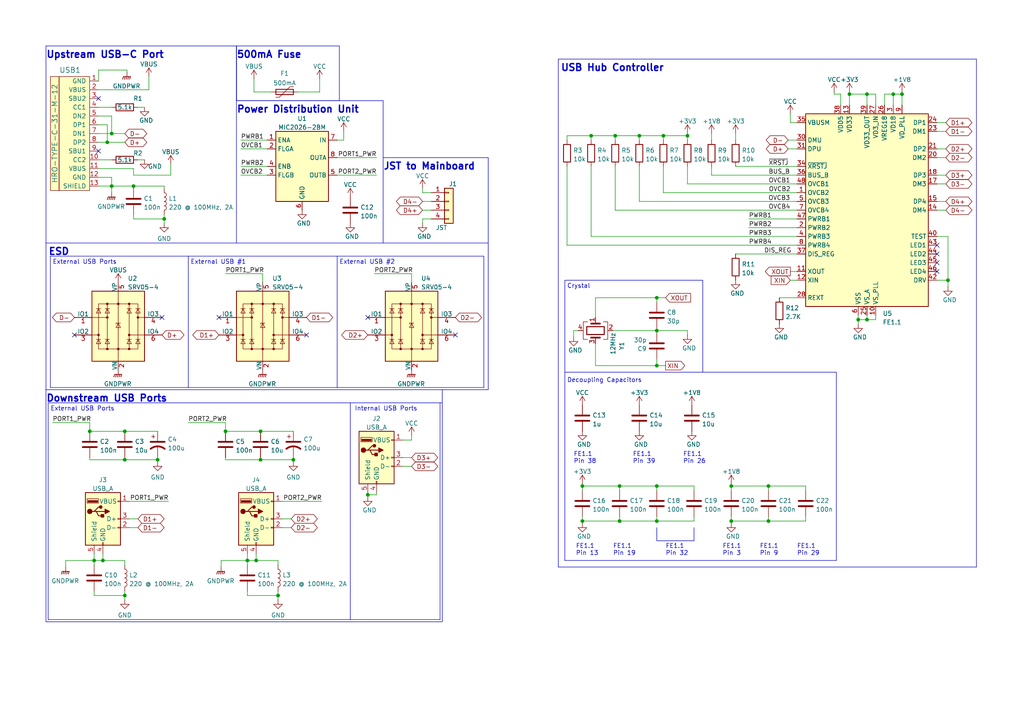
<source format=kicad_sch>
(kicad_sch (version 20231120) (generator "eeschema") (generator_version "8.0")
  (paper "A4")
  (title_block (title "EC_Pro2_Controller_Normal") (date "2023-11-17") (rev "1.0") (company "LU.SV Solutions") (comment 1 "Cipulot PCB Design") (comment 2 "Cipulot") (comment 3 "CC-BY-NC-SA-4.0"))
  (junction (at 32.385 38.735))
  (junction (at 168.91 140.97))
  (junction (at 251.46 27.305))
  (junction (at 36.195 133.35))
  (junction (at 179.705 140.97))
  (junction (at 190.5 95.885))
  (junction (at 65.405 125.095))
  (junction (at 29.845 162.56))
  (junction (at 190.5 140.97))
  (junction (at 246.38 27.305))
  (junction (at 74.295 162.56))
  (junction (at 261.62 27.305))
  (junction (at 26.035 125.095))
  (junction (at 27.305 162.56))
  (junction (at 32.385 53.975))
  (junction (at 75.565 125.095))
  (junction (at 36.195 125.095))
  (junction (at 85.09 133.35))
  (junction (at 274.955 81.28))
  (junction (at 185.42 39.37))
  (junction (at 222.885 140.97))
  (junction (at 80.645 172.72))
  (junction (at 47.625 63.5))
  (junction (at 75.565 133.35))
  (junction (at 192.405 39.37))
  (junction (at 212.09 151.13))
  (junction (at 190.5 86.36))
  (junction (at 190.5 151.13))
  (junction (at 190.5 106.045))
  (junction (at 212.09 140.97))
  (junction (at 45.72 133.35))
  (junction (at 168.91 151.13))
  (junction (at 259.08 27.305))
  (junction (at 179.705 151.13))
  (junction (at 199.39 39.37))
  (junction (at 251.46 92.71))
  (junction (at 222.885 151.13))
  (junction (at 36.195 172.72))
  (junction (at 38.735 53.975))
  (junction (at 248.92 92.71))
  (junction (at 71.755 162.56))
  (junction (at 106.68 143.51))
  (junction (at 31.115 41.275))
  (junction (at 171.45 39.37))
  (junction (at 178.435 39.37))
  (no_connect (at 28.575 43.815))
  (no_connect (at 63.5 92.075))
  (no_connect (at 88.9 97.155))
  (no_connect (at 132.08 97.155))
  (no_connect (at 106.68 92.075))
  (no_connect (at 271.78 71.12))
  (no_connect (at 271.78 76.2))
  (no_connect (at 271.78 73.66))
  (no_connect (at 271.78 78.74))
  (no_connect (at 28.575 28.575))
  (no_connect (at 46.99 92.075))
  (no_connect (at 21.59 97.155))
  (polyline (pts (xy 13.335 70.485) (xy 141.605 70.485)))
  (wire (pts (xy 248.92 92.71) (xy 248.92 93.98)))
  (wire (pts (xy 164.465 71.12) (xy 164.465 48.26)))
  (wire (pts (xy 217.17 66.04) (xy 231.14 66.04)))
  (wire (pts (xy 185.42 39.37) (xy 192.405 39.37)))
  (wire (pts (xy 178.435 40.64) (xy 178.435 39.37)))
  (polyline (pts (xy 163.83 107.95) (xy 242.57 107.95)))
  (wire (pts (xy 172.72 106.045) (xy 190.5 106.045)))
  (wire (pts (xy 201.295 151.13) (xy 190.5 151.13)))
  (wire (pts (xy 192.405 39.37) (xy 199.39 39.37)))
  (wire (pts (xy 69.85 50.8) (xy 77.47 50.8)))
  (wire (pts (xy 36.195 125.095) (xy 45.72 125.095)))
  (wire (pts (xy 28.575 23.495) (xy 28.575 20.32)))
  (wire (pts (xy 172.72 86.36) (xy 190.5 86.36)))
  (wire (pts (xy 28.575 53.975) (xy 32.385 53.975)))
  (wire (pts (xy 254 27.305) (xy 251.46 27.305)))
  (polyline (pts (xy 13.335 113.03) (xy 13.335 180.34)))
  (wire (pts (xy 222.885 140.97) (xy 233.68 140.97)))
  (wire (pts (xy 228.6 43.18) (xy 231.14 43.18)))
  (wire (pts (xy 222.885 140.97) (xy 222.885 142.24)))
  (polyline (pts (xy 97.79 112.395) (xy 140.335 112.395)))
  (polyline (pts (xy 13.335 13.335) (xy 13.335 70.485)))
  (wire (pts (xy 177.8 95.885) (xy 190.5 95.885)))
  (wire (pts (xy 164.465 39.37) (xy 171.45 39.37)))
  (wire (pts (xy 28.575 20.32) (xy 36.83 20.32)))
  (wire (pts (xy 43.18 26.035) (xy 43.18 22.225)))
  (wire (pts (xy 168.91 140.97) (xy 168.91 142.24)))
  (polyline (pts (xy 242.57 162.56) (xy 242.57 107.95)))
  (wire (pts (xy 166.37 95.885) (xy 167.64 95.885)))
  (wire (pts (xy 27.305 171.45) (xy 27.305 172.72)))
  (wire (pts (xy 47.625 62.23) (xy 47.625 63.5)))
  (wire (pts (xy 86.36 26.67) (xy 92.71 26.67)))
  (wire (pts (xy 190.5 104.14) (xy 190.5 106.045)))
  (wire (pts (xy 29.845 162.56) (xy 27.305 162.56)))
  (wire (pts (xy 36.195 133.35) (xy 45.72 133.35)))
  (wire (pts (xy 47.625 54.61) (xy 47.625 53.975)))
  (wire (pts (xy 108.585 79.375) (xy 119.38 79.375)))
  (wire (pts (xy 229.235 81.28) (xy 231.14 81.28)))
  (wire (pts (xy 99.695 38.1) (xy 99.695 40.64)))
  (wire (pts (xy 99.695 40.64) (xy 97.79 40.64)))
  (wire (pts (xy 32.385 51.435) (xy 32.385 53.975)))
  (wire (pts (xy 233.68 149.86) (xy 233.68 151.13)))
  (wire (pts (xy 40.005 31.115) (xy 41.91 31.115)))
  (wire (pts (xy 199.39 97.155) (xy 199.39 95.885)))
  (wire (pts (xy 28.575 48.895) (xy 38.735 48.895)))
  (wire (pts (xy 32.385 53.975) (xy 38.735 53.975)))
  (wire (pts (xy 97.79 45.72) (xy 109.22 45.72)))
  (wire (pts (xy 109.22 142.875) (xy 109.22 143.51)))
  (wire (pts (xy 106.68 143.51) (xy 106.68 142.875)))
  (polyline (pts (xy 161.925 17.145) (xy 283.21 17.145)))
  (wire (pts (xy 80.645 162.56) (xy 74.295 162.56)))
  (polyline (pts (xy 190.5 153.035) (xy 190.5 156.845)))
  (wire (pts (xy 222.885 151.13) (xy 212.09 151.13)))
  (wire (pts (xy 32.385 38.735) (xy 36.195 38.735)))
  (polyline (pts (xy 54.61 112.395) (xy 54.61 74.295)))
  (wire (pts (xy 69.85 43.18) (xy 77.47 43.18)))
  (wire (pts (xy 32.385 53.975) (xy 32.385 55.88)))
  (wire (pts (xy 122.555 60.96) (xy 125.095 60.96)))
  (polyline (pts (xy 14.605 74.295) (xy 54.61 74.295)))
  (polyline (pts (xy 283.21 17.145) (xy 283.21 164.465)))
  (polyline (pts (xy 141.605 113.03) (xy 13.335 113.03)))
  (wire (pts (xy 27.305 172.72) (xy 36.195 172.72)))
  (polyline (pts (xy 68.58 13.335) (xy 98.425 13.335)))
  (wire (pts (xy 45.72 132.715) (xy 45.72 133.35)))
  (wire (pts (xy 31.115 41.275) (xy 36.195 41.275)))
  (wire (pts (xy 85.09 133.35) (xy 85.09 133.985)))
  (wire (pts (xy 81.915 145.415) (xy 93.345 145.415)))
  (wire (pts (xy 274.955 68.58) (xy 274.955 81.28)))
  (polyline (pts (xy 140.335 112.395) (xy 140.335 74.295)))
  (wire (pts (xy 122.555 54.61) (xy 122.555 55.88)))
  (wire (pts (xy 179.705 151.13) (xy 168.91 151.13)))
  (wire (pts (xy 217.17 63.5) (xy 231.14 63.5)))
  (wire (pts (xy 38.735 53.975) (xy 38.735 54.61)))
  (wire (pts (xy 29.845 160.655) (xy 29.845 162.56)))
  (wire (pts (xy 274.32 60.96) (xy 271.78 60.96)))
  (wire (pts (xy 122.555 55.88) (xy 125.095 55.88)))
  (wire (pts (xy 259.08 27.305) (xy 259.08 30.48)))
  (wire (pts (xy 75.565 133.35) (xy 85.09 133.35)))
  (wire (pts (xy 69.85 40.64) (xy 77.47 40.64)))
  (wire (pts (xy 213.36 38.735) (xy 213.36 40.64)))
  (wire (pts (xy 243.84 30.48) (xy 243.84 27.305)))
  (polyline (pts (xy 13.335 113.03) (xy 13.335 70.485)))
  (wire (pts (xy 246.38 26.67) (xy 246.38 27.305)))
  (wire (pts (xy 185.42 39.37) (xy 185.42 40.64)))
  (wire (pts (xy 228.6 40.64) (xy 231.14 40.64)))
  (wire (pts (xy 190.5 86.36) (xy 193.04 86.36)))
  (wire (pts (xy 256.54 27.305) (xy 259.08 27.305)))
  (wire (pts (xy 229.235 33.02) (xy 229.235 35.56)))
  (wire (pts (xy 65.405 79.375) (xy 76.2 79.375)))
  (wire (pts (xy 122.555 63.5) (xy 125.095 63.5)))
  (polyline (pts (xy 97.79 74.295) (xy 140.335 74.295)))
  (wire (pts (xy 201.295 142.24) (xy 201.295 140.97)))
  (wire (pts (xy 36.195 162.56) (xy 29.845 162.56)))
  (polyline (pts (xy 13.97 179.705) (xy 13.97 116.84)))
  (wire (pts (xy 168.91 140.335) (xy 168.91 140.97)))
  (wire (pts (xy 71.755 160.655) (xy 71.755 162.56)))
  (wire (pts (xy 49.53 47.625) (xy 49.53 50.8)))
  (wire (pts (xy 271.78 68.58) (xy 274.955 68.58)))
  (wire (pts (xy 243.84 27.305) (xy 241.935 27.305)))
  (polyline (pts (xy 68.58 29.21) (xy 111.125 29.21)))
  (wire (pts (xy 212.09 140.97) (xy 212.09 142.24)))
  (wire (pts (xy 178.435 48.26) (xy 178.435 60.96)))
  (wire (pts (xy 192.405 48.26) (xy 192.405 55.88)))
  (wire (pts (xy 119.38 127.635) (xy 119.38 126.365)))
  (wire (pts (xy 80.645 171.45) (xy 80.645 172.72)))
  (wire (pts (xy 85.09 132.715) (xy 85.09 133.35)))
  (wire (pts (xy 28.575 26.035) (xy 43.18 26.035)))
  (wire (pts (xy 171.45 39.37) (xy 178.435 39.37)))
  (polyline (pts (xy 190.5 156.845) (xy 201.295 156.845)))
  (wire (pts (xy 199.39 53.34) (xy 199.39 48.26)))
  (wire (pts (xy 274.32 43.18) (xy 271.78 43.18)))
  (wire (pts (xy 213.36 48.26) (xy 231.14 48.26)))
  (wire (pts (xy 80.645 172.72) (xy 80.645 173.99)))
  (wire (pts (xy 190.5 140.97) (xy 190.5 142.24)))
  (wire (pts (xy 178.435 39.37) (xy 185.42 39.37)))
  (wire (pts (xy 19.05 164.465) (xy 19.05 162.56)))
  (wire (pts (xy 164.465 71.12) (xy 231.14 71.12)))
  (wire (pts (xy 71.755 171.45) (xy 71.755 172.72)))
  (wire (pts (xy 74.295 160.655) (xy 74.295 162.56)))
  (wire (pts (xy 36.195 132.715) (xy 36.195 133.35)))
  (wire (pts (xy 171.45 39.37) (xy 171.45 40.64)))
  (wire (pts (xy 206.375 50.8) (xy 231.14 50.8)))
  (wire (pts (xy 73.66 26.67) (xy 78.74 26.67)))
  (wire (pts (xy 27.305 162.56) (xy 27.305 163.83)))
  (wire (pts (xy 40.005 153.035) (xy 37.465 153.035)))
  (wire (pts (xy 26.035 132.715) (xy 26.035 133.35)))
  (polyline (pts (xy 128.27 180.34) (xy 128.27 113.03)))
  (wire (pts (xy 192.405 55.88) (xy 231.14 55.88)))
  (wire (pts (xy 229.235 78.74) (xy 231.14 78.74)))
  (polyline (pts (xy 141.605 70.485) (xy 141.605 45.72)))
  (wire (pts (xy 80.645 163.83) (xy 80.645 162.56)))
  (wire (pts (xy 47.625 63.5) (xy 47.625 64.77)))
  (wire (pts (xy 38.735 63.5) (xy 47.625 63.5)))
  (polyline (pts (xy 111.125 70.485) (xy 111.125 29.21)))
  (wire (pts (xy 64.135 164.465) (xy 64.135 162.56)))
  (wire (pts (xy 261.62 27.305) (xy 261.62 30.48)))
  (wire (pts (xy 248.92 91.44) (xy 248.92 92.71)))
  (wire (pts (xy 71.755 162.56) (xy 71.755 163.83)))
  (wire (pts (xy 28.575 33.655) (xy 32.385 33.655)))
  (wire (pts (xy 71.755 162.56) (xy 74.295 162.56)))
  (wire (pts (xy 28.575 51.435) (xy 32.385 51.435)))
  (wire (pts (xy 40.005 46.355) (xy 41.91 46.355)))
  (polyline (pts (xy 14.605 112.395) (xy 54.61 112.395)))
  (wire (pts (xy 75.565 125.095) (xy 85.09 125.095)))
  (wire (pts (xy 254 91.44) (xy 254 92.71)))
  (wire (pts (xy 27.305 160.655) (xy 27.305 162.56)))
  (wire (pts (xy 26.035 122.555) (xy 26.035 125.095)))
  (wire (pts (xy 64.135 162.56) (xy 71.755 162.56)))
  (polyline (pts (xy 163.83 162.56) (xy 242.57 162.56)))
  (wire (pts (xy 28.575 36.195) (xy 31.115 36.195)))
  (wire (pts (xy 271.78 81.28) (xy 274.955 81.28)))
  (wire (pts (xy 172.72 99.695) (xy 172.72 106.045)))
  (wire (pts (xy 31.115 36.195) (xy 31.115 41.275)))
  (wire (pts (xy 251.46 27.305) (xy 246.38 27.305)))
  (wire (pts (xy 246.38 27.305) (xy 246.38 30.48)))
  (polyline (pts (xy 111.125 45.72) (xy 141.605 45.72)))
  (wire (pts (xy 119.38 132.715) (xy 116.84 132.715)))
  (polyline (pts (xy 98.425 29.21) (xy 98.425 13.335)))
  (wire (pts (xy 190.5 95.885) (xy 190.5 96.52)))
  (wire (pts (xy 168.91 151.13) (xy 168.91 151.765)))
  (wire (pts (xy 185.42 48.26) (xy 185.42 58.42)))
  (wire (pts (xy 179.705 140.97) (xy 179.705 142.24)))
  (wire (pts (xy 199.39 38.735) (xy 199.39 39.37)))
  (wire (pts (xy 166.37 97.79) (xy 166.37 95.885)))
  (wire (pts (xy 206.375 48.26) (xy 206.375 50.8)))
  (wire (pts (xy 36.195 172.72) (xy 36.195 173.99)))
  (polyline (pts (xy 163.83 81.28) (xy 163.83 162.56)))
  (wire (pts (xy 26.035 125.095) (xy 36.195 125.095)))
  (wire (pts (xy 190.5 95.25) (xy 190.5 95.885)))
  (wire (pts (xy 65.405 132.715) (xy 65.405 133.35)))
  (wire (pts (xy 76.2 79.375) (xy 76.2 81.915)))
  (polyline (pts (xy 68.58 29.21) (xy 98.425 29.21)))
  (wire (pts (xy 122.555 64.77) (xy 122.555 63.5)))
  (wire (pts (xy 71.755 172.72) (xy 80.645 172.72)))
  (wire (pts (xy 192.405 39.37) (xy 192.405 40.64)))
  (polyline (pts (xy 101.6 116.84) (xy 101.6 179.705)))
  (wire (pts (xy 212.09 151.13) (xy 212.09 151.765)))
  (wire (pts (xy 254 92.71) (xy 251.46 92.71)))
  (polyline (pts (xy 54.61 112.395) (xy 97.79 112.395)))
  (wire (pts (xy 92.71 26.67) (xy 92.71 22.86)))
  (polyline (pts (xy 163.83 81.28) (xy 203.835 81.28)))
  (wire (pts (xy 199.39 39.37) (xy 199.39 40.64)))
  (wire (pts (xy 84.455 153.035) (xy 81.915 153.035)))
  (wire (pts (xy 233.68 140.97) (xy 233.68 142.24)))
  (wire (pts (xy 36.83 20.32) (xy 36.83 20.955)))
  (wire (pts (xy 254 27.305) (xy 254 30.48)))
  (wire (pts (xy 19.05 162.56) (xy 27.305 162.56)))
  (polyline (pts (xy 141.605 70.485) (xy 141.605 113.03)))
  (wire (pts (xy 168.91 140.97) (xy 179.705 140.97)))
  (wire (pts (xy 65.405 125.095) (xy 75.565 125.095)))
  (wire (pts (xy 84.455 150.495) (xy 81.915 150.495)))
  (polyline (pts (xy 161.925 17.145) (xy 161.925 164.465)))
  (wire (pts (xy 32.385 33.655) (xy 32.385 38.735)))
  (wire (pts (xy 38.735 48.895) (xy 38.735 50.8)))
  (wire (pts (xy 119.38 135.255) (xy 116.84 135.255)))
  (wire (pts (xy 274.32 50.8) (xy 271.78 50.8)))
  (wire (pts (xy 190.5 86.36) (xy 190.5 87.63)))
  (wire (pts (xy 206.375 38.735) (xy 206.375 40.64)))
  (wire (pts (xy 256.54 27.305) (xy 256.54 30.48)))
  (polyline (pts (xy 97.79 112.395) (xy 97.79 74.295)))
  (wire (pts (xy 261.62 26.67) (xy 261.62 27.305)))
  (wire (pts (xy 190.5 140.97) (xy 201.295 140.97)))
  (wire (pts (xy 73.66 22.86) (xy 73.66 26.67)))
  (wire (pts (xy 274.32 38.1) (xy 271.78 38.1)))
  (polyline (pts (xy 161.925 164.465) (xy 283.21 164.465)))
  (wire (pts (xy 190.5 95.885) (xy 199.39 95.885)))
  (wire (pts (xy 179.705 149.86) (xy 179.705 151.13)))
  (wire (pts (xy 36.195 171.45) (xy 36.195 172.72)))
  (wire (pts (xy 38.735 62.23) (xy 38.735 63.5)))
  (wire (pts (xy 54.61 122.555) (xy 65.405 122.555)))
  (wire (pts (xy 28.575 41.275) (xy 31.115 41.275)))
  (wire (pts (xy 213.36 73.66) (xy 231.14 73.66)))
  (polyline (pts (xy 68.58 70.485) (xy 68.58 13.335)))
  (wire (pts (xy 65.405 122.555) (xy 65.405 125.095)))
  (polyline (pts (xy 14.605 74.295) (xy 14.605 112.395)))
  (wire (pts (xy 229.235 35.56) (xy 231.14 35.56)))
  (polyline (pts (xy 127.635 179.705) (xy 13.97 179.705)))
  (wire (pts (xy 45.72 133.35) (xy 45.72 133.985)))
  (wire (pts (xy 241.935 27.305) (xy 241.935 26.67)))
  (wire (pts (xy 212.09 140.97) (xy 222.885 140.97)))
  (wire (pts (xy 233.68 151.13) (xy 222.885 151.13)))
  (wire (pts (xy 97.79 50.8) (xy 109.22 50.8)))
  (wire (pts (xy 36.195 163.83) (xy 36.195 162.56)))
  (wire (pts (xy 171.45 68.58) (xy 231.14 68.58)))
  (wire (pts (xy 251.46 27.305) (xy 251.46 30.48)))
  (wire (pts (xy 38.735 50.8) (xy 49.53 50.8)))
  (wire (pts (xy 185.42 58.42) (xy 231.14 58.42)))
  (wire (pts (xy 106.68 143.51) (xy 109.22 143.51)))
  (wire (pts (xy 274.955 81.28) (xy 274.955 83.185)))
  (polyline (pts (xy 201.295 153.035) (xy 201.295 156.845)))
  (wire (pts (xy 251.46 91.44) (xy 251.46 92.71)))
  (wire (pts (xy 226.06 86.36) (xy 231.14 86.36)))
  (wire (pts (xy 75.565 132.715) (xy 75.565 133.35)))
  (wire (pts (xy 26.035 133.35) (xy 36.195 133.35)))
  (wire (pts (xy 122.555 58.42) (xy 125.095 58.42)))
  (wire (pts (xy 251.46 92.71) (xy 248.92 92.71)))
  (wire (pts (xy 168.91 149.86) (xy 168.91 151.13)))
  (wire (pts (xy 116.84 127.635) (xy 119.38 127.635)))
  (polyline (pts (xy 13.97 116.84) (xy 128.27 116.84)))
  (wire (pts (xy 274.32 35.56) (xy 271.78 35.56)))
  (wire (pts (xy 190.5 106.045) (xy 193.04 106.045)))
  (wire (pts (xy 171.45 48.26) (xy 171.45 68.58)))
  (wire (pts (xy 222.885 149.86) (xy 222.885 151.13)))
  (wire (pts (xy 201.295 149.86) (xy 201.295 151.13)))
  (wire (pts (xy 178.435 60.96) (xy 231.14 60.96)))
  (wire (pts (xy 212.09 149.86) (xy 212.09 151.13)))
  (wire (pts (xy 274.32 58.42) (xy 271.78 58.42)))
  (wire (pts (xy 15.24 122.555) (xy 26.035 122.555)))
  (polyline (pts (xy 13.335 13.335) (xy 68.58 13.335)))
  (wire (pts (xy 28.575 31.115) (xy 32.385 31.115)))
  (polyline (pts (xy 127.635 116.84) (xy 127.635 179.705)))
  (wire (pts (xy 274.32 45.72) (xy 271.78 45.72)))
  (wire (pts (xy 259.08 27.305) (xy 261.62 27.305)))
  (polyline (pts (xy 54.61 74.295) (xy 97.79 74.295)))
  (polyline (pts (xy 68.58 13.335) (xy 68.58 29.21)))
  (wire (pts (xy 164.465 40.64) (xy 164.465 39.37)))
  (wire (pts (xy 40.005 150.495) (xy 37.465 150.495)))
  (wire (pts (xy 28.575 38.735) (xy 32.385 38.735)))
  (wire (pts (xy 179.705 140.97) (xy 190.5 140.97)))
  (wire (pts (xy 119.38 79.375) (xy 119.38 81.915)))
  (polyline (pts (xy 13.335 180.34) (xy 128.27 180.34)))
  (wire (pts (xy 274.32 53.34) (xy 271.78 53.34)))
  (wire (pts (xy 231.14 53.34) (xy 199.39 53.34)))
  (wire (pts (xy 190.5 151.13) (xy 179.705 151.13)))
  (wire (pts (xy 69.85 48.26) (xy 77.47 48.26)))
  (polyline (pts (xy 203.835 81.28) (xy 203.835 107.95)))
  (wire (pts (xy 212.09 140.335) (xy 212.09 140.97)))
  (wire (pts (xy 37.465 145.415) (xy 48.895 145.415)))
  (wire (pts (xy 65.405 133.35) (xy 75.565 133.35)))
  (wire (pts (xy 172.72 92.075) (xy 172.72 86.36)))
  (wire (pts (xy 28.575 46.355) (xy 32.385 46.355)))
  (wire (pts (xy 38.735 53.975) (xy 47.625 53.975)))
  (wire (pts (xy 190.5 149.86) (xy 190.5 151.13)))
  (wire (pts (xy 106.68 144.145) (xy 106.68 143.51)))
  (text "Decoupling Capacitors" (at 164.465 111.125 0) (effects (font (size 1.27 1.27)) (justify left bottom)))
  (text "Upstream USB-C Port" (at 13.335 17.145 0) (effects (font (size 2 2) (thickness 0.4) (bold yes)) (justify left bottom)))
  (text "Internal USB Ports" (at 102.87 119.38 0) (effects (font (size 1.27 1.27)) (justify left bottom)))
  (text "Downstream USB Ports" (at 13.335 116.84 0) (effects (font (size 2 2) (thickness 0.4) (bold yes)) (justify left bottom)))
  (text "External USB #2\n" (at 98.425 76.835 0) (effects (font (size 1.27 1.27)) (justify left bottom)))
  (text "ESD" (at 13.97 74.295 0) (effects (font (size 2 2) (thickness 0.4) (bold yes)) (justify left bottom)))
  (text "FE1.1\nPin 32" (at 193.04 161.29 0) (effects (font (size 1.27 1.27)) (justify left bottom)))
  (text "External USB #1" (at 55.245 76.835 0) (effects (font (size 1.27 1.27)) (justify left bottom)))
  (text "FE1.1\nPin 38" (at 166.37 134.62 0) (effects (font (size 1.27 1.27)) (justify left bottom)))
  (text "FE1.1\nPin 39" (at 183.515 134.62 0) (effects (font (size 1.27 1.27)) (justify left bottom)))
  (text "Power Distribution Unit" (at 68.58 33.02 0) (effects (font (size 2 2) (thickness 0.4) (bold yes)) (justify left bottom)))
  (text "FE1.1\nPin 9" (at 220.345 161.29 0) (effects (font (size 1.27 1.27)) (justify left bottom)))
  (text "FE1.1\nPin 3" (at 209.55 161.29 0) (effects (font (size 1.27 1.27)) (justify left bottom)))
  (text "Crystal" (at 164.465 83.82 0) (effects (font (size 1.27 1.27)) (justify left bottom)))
  (text "FE1.1\nPin 13" (at 167.005 161.29 0) (effects (font (size 1.27 1.27)) (justify left bottom)))
  (text "FE1.1\nPin 29" (at 231.14 161.29 0) (effects (font (size 1.27 1.27)) (justify left bottom)))
  (text "External USB Ports" (at 15.24 76.835 0) (effects (font (size 1.27 1.27)) (justify left bottom)))
  (text "JST to Mainboard" (at 111.125 49.53 0) (effects (font (size 2 2) (thickness 0.4) (bold yes)) (justify left bottom)))
  (text "FE1.1\nPin 19" (at 177.8 161.29 0) (effects (font (size 1.27 1.27)) (justify left bottom)))
  (text "FE1.1\nPin 26\n" (at 198.12 134.62 0) (effects (font (size 1.27 1.27)) (justify left bottom)))
  (text "External USB Ports" (at 14.605 119.38 0) (effects (font (size 1.27 1.27)) (justify left bottom)))
  (text "USB Hub Controller" (at 162.56 20.955 0) (effects (font (size 2 2) (thickness 0.4) (bold yes)) (justify left bottom)))
  (text "500mA Fuse" (at 68.58 17.145 0) (effects (font (size 2 2) (thickness 0.4) (bold yes)) (justify left bottom)))
  (label "OVCB1" (at 222.885 53.34 0))
  (label "PORT1_PWR" (at 65.405 79.375 0))
  (label "DIS_REG" (at 221.615 73.66 0))
  (label "PWRB2" (at 69.85 48.26 0))
  (label "OVCB1" (at 69.85 43.18 0))
  (label "PORT2_PWR" (at 93.345 145.415 180))
  (label "OVCB2" (at 69.85 50.8 0))
  (label "PWRB1" (at 69.85 40.64 0))
  (label "PWRB4" (at 217.17 71.12 0))
  (label "PORT1_PWR" (at 48.895 145.415 180))
  (label "OVCB3" (at 222.823 58.42 0))
  (label "BUS_B" (at 222.885 50.8 0))
  (label "PWRB2" (at 217.17 66.04 0))
  (label "PORT2_PWR" (at 109.22 50.8 180))
  (label "PORT2_PWR" (at 54.61 122.555 0))
  (label "PORT1_PWR" (at 109.22 45.72 180))
  (label "PORT1_PWR" (at 15.24 122.555 0))
  (label "PWRB1" (at 217.17 63.5 0))
  (label "OVCB4" (at 222.885 60.96 0))
  (label "~{XRSTJ}" (at 222.885 48.26 0))
  (label "PWRB3" (at 217.17 68.58 0))
  (label "OVCB2" (at 222.9469 55.88 0))
  (label "PORT2_PWR" (at 108.585 79.375 0))
  (global_label "D3-" (shape bidirectional) (at 119.38 135.255 0) (property "Intersheetrefs" "${INTERSHEET_REFS}" (effects (hide yes))))
  (global_label "D2-" (shape bidirectional) (at 84.455 153.035 0) (property "Intersheetrefs" "${INTERSHEET_REFS}" (effects (hide yes))))
  (global_label "XIN" (shape output) (at 193.04 106.045 0) (property "Intersheetrefs" "${INTERSHEET_REFS}" (effects (hide yes))))
  (global_label "D1-" (shape bidirectional) (at 40.005 153.035 0) (property "Intersheetrefs" "${INTERSHEET_REFS}" (effects (hide yes))))
  (global_label "D2+" (shape bidirectional) (at 274.32 43.18 0) (property "Intersheetrefs" "${INTERSHEET_REFS}" (effects (hide yes))))
  (global_label "D2+" (shape bidirectional) (at 84.455 150.495 0) (property "Intersheetrefs" "${INTERSHEET_REFS}" (effects (hide yes))))
  (global_label "D+" (shape bidirectional) (at 228.6 43.18 180) (property "Intersheetrefs" "${INTERSHEET_REFS}" (effects (hide yes))))
  (global_label "D4+" (shape bidirectional) (at 122.555 60.96 180) (property "Intersheetrefs" "${INTERSHEET_REFS}" (effects (hide yes))))
  (global_label "D3-" (shape bidirectional) (at 274.32 53.34 0) (property "Intersheetrefs" "${INTERSHEET_REFS}" (effects (hide yes))))
  (global_label "D+" (shape bidirectional) (at 36.195 41.275 0) (property "Intersheetrefs" "${INTERSHEET_REFS}" (effects (hide yes))))
  (global_label "XOUT" (shape output) (at 229.235 78.74 180) (property "Intersheetrefs" "${INTERSHEET_REFS}" (effects (hide yes))))
  (global_label "D2-" (shape bidirectional) (at 132.08 92.075 0) (property "Intersheetrefs" "${INTERSHEET_REFS}" (effects (hide yes))))
  (global_label "D3+" (shape bidirectional) (at 274.32 50.8 0) (property "Intersheetrefs" "${INTERSHEET_REFS}" (effects (hide yes))))
  (global_label "D4-" (shape bidirectional) (at 274.32 60.96 0) (property "Intersheetrefs" "${INTERSHEET_REFS}" (effects (hide yes))))
  (global_label "D2-" (shape bidirectional) (at 274.32 45.72 0) (property "Intersheetrefs" "${INTERSHEET_REFS}" (effects (hide yes))))
  (global_label "XOUT" (shape input) (at 193.04 86.36 0) (property "Intersheetrefs" "${INTERSHEET_REFS}" (effects (hide yes))))
  (global_label "D-" (shape bidirectional) (at 21.59 92.075 180) (property "Intersheetrefs" "${INTERSHEET_REFS}" (effects (hide yes))))
  (global_label "D3+" (shape bidirectional) (at 119.38 132.715 0) (property "Intersheetrefs" "${INTERSHEET_REFS}" (effects (hide yes))))
  (global_label "D1+" (shape bidirectional) (at 40.005 150.495 0) (property "Intersheetrefs" "${INTERSHEET_REFS}" (effects (hide yes))))
  (global_label "D4+" (shape bidirectional) (at 274.32 58.42 0) (property "Intersheetrefs" "${INTERSHEET_REFS}" (effects (hide yes))))
  (global_label "D1+" (shape bidirectional) (at 63.5 97.155 180) (property "Intersheetrefs" "${INTERSHEET_REFS}" (effects (hide yes))))
  (global_label "D1+" (shape bidirectional) (at 274.32 35.56 0) (property "Intersheetrefs" "${INTERSHEET_REFS}" (effects (hide yes))))
  (global_label "D+" (shape bidirectional) (at 46.99 97.155 0) (property "Intersheetrefs" "${INTERSHEET_REFS}" (effects (hide yes))))
  (global_label "XIN" (shape input) (at 229.235 81.28 180) (property "Intersheetrefs" "${INTERSHEET_REFS}" (effects (hide yes))))
  (global_label "D1-" (shape bidirectional) (at 274.32 38.1 0) (property "Intersheetrefs" "${INTERSHEET_REFS}" (effects (hide yes))))
  (global_label "D4-" (shape bidirectional) (at 122.555 58.42 180) (property "Intersheetrefs" "${INTERSHEET_REFS}" (effects (hide yes))))
  (global_label "D-" (shape bidirectional) (at 36.195 38.735 0) (property "Intersheetrefs" "${INTERSHEET_REFS}" (effects (hide yes))))
  (global_label "D-" (shape bidirectional) (at 228.6 40.64 180) (property "Intersheetrefs" "${INTERSHEET_REFS}" (effects (hide yes))))
  (global_label "D1-" (shape bidirectional) (at 88.9 92.075 0) (property "Intersheetrefs" "${INTERSHEET_REFS}" (effects (hide yes))))
  (global_label "D2+" (shape bidirectional) (at 106.68 97.155 180) (property "Intersheetrefs" "${INTERSHEET_REFS}" (effects (hide yes))))
  (symbol (lib_name "R_1") (lib_id "Device:R") (at 213.36 44.45 0) (unit 1)
    (property "Reference" "R10" (at 215.138 43.6153 0) (effects (justify left)))
    (property "Value" "10k" (at 215.138 46.1522 0) (effects (justify left)))
    (property "Footprint" "Resistor_SMD:R_0603_1608Metric" (effects (hide yes)))
    (property "LCSC" "C25804" (effects (hide yes)))
  )
  (symbol (lib_id "Device:C") (at 168.91 146.05 0) (unit 1)
    (property "Reference" "C16" (at 171.831 145.2153 0) (effects (justify left)))
    (property "Value" "100n" (at 171.831 147.7522 0) (effects (justify left)))
    (property "Footprint" "Capacitor_SMD:C_0603_1608Metric" (effects (hide yes)))
    (property "LCSC" "C14663" (effects (hide yes)))
  )
  (symbol (lib_id "Device:C_Polarized_US") (at 45.72 128.905 0) (unit 1)
    (property "Reference" "C4" (at 48.641 127.4353 0) (effects (justify left)))
    (property "Value" "100u" (at 48.641 129.9722 0) (effects (justify left)))
    (property "Footprint" "Capacitor_SMD:CP_Elec_6.3x5.9" (effects (hide yes)))
    (property "LCSC" "C134878" (effects (hide yes)))
  )
  (symbol (lib_id "Device:C") (at 200.66 121.285 0) (unit 1)
    (property "Reference" "C15" (at 203.581 120.4503 0) (effects (justify left)))
    (property "Value" "10u" (at 203.581 122.9872 0) (effects (justify left)))
    (property "Footprint" "Capacitor_SMD:C_0603_1608Metric" (effects (hide yes)))
    (property "LCSC" "C19702" (effects (hide yes)))
  )
  (symbol (lib_id "Device:C") (at 179.705 146.05 0) (unit 1)
    (property "Reference" "C17" (at 182.626 145.2153 0) (effects (justify left)))
    (property "Value" "100n" (at 182.626 147.7522 0) (effects (justify left)))
    (property "Footprint" "Capacitor_SMD:C_0603_1608Metric" (effects (hide yes)))
    (property "LCSC" "C14663" (effects (hide yes)))
  )
  (symbol (lib_id "power:GNDPWR") (at 19.05 164.465 0) (unit 1)
    (property "Reference" "#PWR034" (effects (hide yes)))
    (property "Value" "GNDPWR" (at 18.923 168.502 0))
  )
  (symbol (lib_id "Connector:USB_A") (at 74.295 150.495 0) (unit 1)
    (property "Reference" "J4" (at 74.295 139.1752 0))
    (property "Value" "USB_A" (at 74.295 141.7121 0))
    (property "Footprint" "cipulot_parts:USB-SMT-04F-S1-B1-R9A" (effects (hide yes)))
    (property "Datasheet" "https://datasheet.lcsc.com/lcsc/2008042135_JINJIA-USB-SMT-04F-S1-B1-R9A_C718022.pdf" (effects (hide yes)))
    (property "LCSC" "C718022" (effects (hide yes)))
  )
  (symbol (lib_id "Device:C") (at 75.565 128.905 0) (unit 1)
    (property "Reference" "C6" (at 78.486 128.0703 0) (effects (justify left)))
    (property "Value" "10u" (at 78.486 130.6072 0) (effects (justify left)))
    (property "Footprint" "Capacitor_SMD:C_0603_1608Metric" (effects (hide yes)))
    (property "LCSC" "C19702" (effects (hide yes)))
  )
  (symbol (lib_id "Device:C") (at 190.5 146.05 0) (unit 1)
    (property "Reference" "C18" (at 193.421 145.2153 0) (effects (justify left)))
    (property "Value" "100n" (at 193.421 147.7522 0) (effects (justify left)))
    (property "Footprint" "Capacitor_SMD:C_0603_1608Metric" (effects (hide yes)))
    (property "LCSC" "C14663" (effects (hide yes)))
  )
  (symbol (lib_id "power:GNDPWR") (at 34.29 107.315 0) (unit 1)
    (property "Reference" "#PWR022" (effects (hide yes)))
    (property "Value" "GNDPWR" (at 34.163 111.352 0))
  )
  (symbol (lib_id "Device:C") (at 201.295 146.05 0) (unit 1)
    (property "Reference" "C19" (at 204.216 145.2153 0) (effects (justify left)))
    (property "Value" "100n" (at 204.216 147.7522 0) (effects (justify left)))
    (property "Footprint" "Capacitor_SMD:C_0603_1608Metric" (effects (hide yes)))
    (property "LCSC" "C14663" (effects (hide yes)))
  )
  (symbol (lib_id "power:GND") (at 87.63 60.96 0) (unit 1)
    (property "Reference" "#PWR012" (effects (hide yes)))
    (property "Value" "GND" (at 90.17 64.77 0) (effects (justify right)))
  )
  (symbol (lib_id "Power_Protection:SRV05-4") (at 34.29 94.615 0) (unit 1)
    (property "Reference" "U2" (at 37.0587 80.7552 0) (effects (justify left)))
    (property "Value" "SRV05-4" (at 37.0587 83.2921 0) (effects (justify left)))
    (property "Footprint" "cipulot_parts:SOT-23-6-routable" (effects (hide yes)))
    (property "Datasheet" "http://www.onsemi.com/pub/Collateral/SRV05-4-D.PDF" (effects (hide yes)))
    (property "LCSC" "C85364" (effects (hide yes)))
  )
  (symbol (lib_id "power:VBUS") (at 49.53 47.625 0) (unit 1)
    (property "Reference" "#PWR08" (effects (hide yes)))
    (property "Value" "VBUS" (at 49.53 44.0492 0))
  )
  (symbol (lib_id "Device:L") (at 47.625 58.42 0) (unit 1)
    (property "Reference" "L1" (at 48.895 57.5853 0) (effects (justify left)))
    (property "Value" "220 @ 100MHz, 2A" (at 48.895 60.1222 0) (effects (justify left)))
    (property "Footprint" "Inductor_SMD:L_0603_1608Metric" (effects (hide yes)))
    (property "LCSC" "C85832" (effects (hide yes)))
  )
  (symbol (lib_id "power:+1V8") (at 212.09 140.335 0) (unit 1)
    (property "Reference" "#PWR047" (effects (hide yes)))
    (property "Value" "+1V8" (at 212.09 136.7592 0))
  )
  (symbol (lib_id "Device:C") (at 233.68 146.05 0) (unit 1)
    (property "Reference" "C22" (at 236.601 145.2153 0) (effects (justify left)))
    (property "Value" "100n" (at 236.601 147.7522 0) (effects (justify left)))
    (property "Footprint" "Capacitor_SMD:C_0603_1608Metric" (effects (hide yes)))
    (property "LCSC" "C14663" (effects (hide yes)))
  )
  (symbol (lib_id "power:GNDPWR") (at 64.135 164.465 0) (unit 1)
    (property "Reference" "#PWR035" (effects (hide yes)))
    (property "Value" "GNDPWR" (at 64.008 168.502 0))
  )
  (symbol (lib_id "power:VBUS") (at 43.18 22.225 0) (unit 1)
    (property "Reference" "#PWR01" (effects (hide yes)))
    (property "Value" "VBUS" (at 43.18 18.6205 0))
  )
  (symbol (lib_id "power:GND") (at 168.91 151.765 0) (unit 1)
    (property "Reference" "#PWR048" (effects (hide yes)))
    (property "Value" "GND" (at 171.45 155.575 0) (effects (justify right)))
  )
  (symbol (lib_id "Power_Protection:SRV05-4") (at 119.38 94.615 0) (unit 1)
    (property "Reference" "U4" (at 122.1487 80.7552 0) (effects (justify left)))
    (property "Value" "SRV05-4" (at 122.1487 83.2921 0) (effects (justify left)))
    (property "Footprint" "cipulot_parts:SOT-23-6-routable" (effects (hide yes)))
    (property "Datasheet" "http://www.onsemi.com/pub/Collateral/SRV05-4-D.PDF" (effects (hide yes)))
    (property "LCSC" "C85364" (effects (hide yes)))
  )
  (symbol (lib_id "Device:C") (at 26.035 128.905 0) (unit 1)
    (property "Reference" "C2" (at 28.956 128.0703 0) (effects (justify left)))
    (property "Value" "100n" (at 28.956 130.6072 0) (effects (justify left)))
    (property "Footprint" "Capacitor_SMD:C_0603_1608Metric" (effects (hide yes)))
    (property "LCSC" "C14663" (effects (hide yes)))
  )
  (symbol (lib_id "Device:R") (at 36.195 31.115 270) (unit 1)
    (property "Reference" "R1" (at 40.005 28.575 90))
    (property "Value" "5.1k" (at 36.195 31.115 90))
    (property "Footprint" "Resistor_SMD:R_0402_1005Metric" (effects (hide yes)))
    (property "LCSC" "C25905" (effects (hide yes)))
  )
  (symbol (lib_id "power:GND") (at 80.645 173.99 0) (unit 1)
    (property "Reference" "#PWR037" (effects (hide yes)))
    (property "Value" "GND" (at 80.645 178.4334 0))
  )
  (symbol (lib_id "power:VCC") (at 99.695 38.1 0) (unit 1)
    (property "Reference" "#PWR06" (effects (hide yes)))
    (property "Value" "VCC" (at 99.695 34.5242 0))
  )
  (symbol (lib_id "Device:C") (at 38.735 58.42 0) (unit 1)
    (property "Reference" "C1" (at 41.656 57.5853 0) (effects (justify left)))
    (property "Value" "100n" (at 41.656 60.1222 0) (effects (justify left)))
    (property "Footprint" "Capacitor_SMD:C_0603_1608Metric" (effects (hide yes)))
    (property "LCSC" "C14663" (effects (hide yes)))
  )
  (symbol (lib_id "Device:L") (at 36.195 167.64 0) (unit 1)
    (property "Reference" "L2" (at 37.465 166.8053 0) (effects (justify left)))
    (property "Value" "220 @ 100MHz, 2A" (at 37.465 169.3422 0) (effects (justify left)))
    (property "Footprint" "Inductor_SMD:L_0603_1608Metric" (effects (hide yes)))
    (property "LCSC" "C85832" (effects (hide yes)))
  )
  (symbol (lib_id "power:+1V8") (at 261.62 26.67 0) (unit 1)
    (property "Reference" "#PWR017" (effects (hide yes)))
    (property "Value" "+1V8" (at 261.62 23.0942 0))
  )
  (symbol (lib_id "power:GND") (at 41.91 31.115 0) (unit 1)
    (property "Reference" "#PWR05" (effects (hide yes)))
    (property "Value" "GND" (at 44.45 34.925 0) (effects (justify right)))
  )
  (symbol (lib_id "power:+1V8") (at 206.375 38.735 0) (unit 1)
    (property "Reference" "#PWR020" (effects (hide yes)))
    (property "Value" "+1V8" (at 206.375 35.1592 0))
  )
  (symbol (lib_name "R_1") (lib_id "Device:R") (at 206.375 44.45 0) (unit 1)
    (property "Reference" "R9" (at 208.153 43.6153 0) (effects (justify left)))
    (property "Value" "10k" (at 208.153 46.1522 0) (effects (justify left)))
    (property "Footprint" "Resistor_SMD:R_0603_1608Metric" (effects (hide yes)))
    (property "LCSC" "C25804" (effects (hide yes)))
  )
  (symbol (lib_id "Connector_Generic:Conn_01x04") (at 130.175 58.42 0) (unit 1)
    (property "Reference" "J1" (at 130.175 53.34 0) (effects (justify left)))
    (property "Value" "JST" (at 126.365 66.04 0) (effects (justify left)))
    (property "Footprint" "cipulot_parts:JST-SR-4" (effects (hide yes)))
    (property "LCSC" "C145956" (effects (hide yes)))
  )
  (symbol (lib_id "power:GND") (at 199.39 97.155 0) (unit 1)
    (property "Reference" "#PWR039" (effects (hide yes)))
    (property "Value" "GND" (at 201.93 100.965 0) (effects (justify right)))
  )
  (symbol (lib_id "Device:C") (at 36.195 128.905 0) (unit 1)
    (property "Reference" "C3" (at 39.116 128.0703 0) (effects (justify left)))
    (property "Value" "10u" (at 39.116 130.6072 0) (effects (justify left)))
    (property "Footprint" "Capacitor_SMD:C_0603_1608Metric" (effects (hide yes)))
    (property "LCSC" "C19702" (effects (hide yes)))
  )
  (symbol (lib_id "power:GND") (at 36.195 173.99 0) (unit 1)
    (property "Reference" "#PWR036" (effects (hide yes)))
    (property "Value" "GND" (at 36.195 178.4334 0))
  )
  (symbol (lib_id "power:GND") (at 85.09 133.985 0) (unit 1)
    (property "Reference" "#PWR027" (effects (hide yes)))
    (property "Value" "GND" (at 85.09 138.4284 0))
  )
  (symbol (lib_id "Device:C") (at 190.5 100.33 180) (unit 1)
    (property "Reference" "C9" (at 187.579 101.1647 0) (effects (justify left)))
    (property "Value" "30p" (at 187.579 98.6278 0) (effects (justify left)))
    (property "Footprint" "Capacitor_SMD:C_0603_1608Metric" (effects (hide yes)))
    (property "LCSC" "C1658" (effects (hide yes)))
  )
  (symbol (lib_id "power:+3V3") (at 185.42 117.475 0) (unit 1)
    (property "Reference" "#PWR041" (effects (hide yes)))
    (property "Value" "+3V3" (at 185.42 113.8992 0))
  )
  (symbol (lib_id "Power_Management:MIC2026-2BM") (at 87.63 48.26 0) (unit 1)
    (property "Reference" "U1" (at 87.63 34.4002 0))
    (property "Value" "MIC2026-2BM" (at 87.63 36.9371 0))
    (property "Footprint" "Package_SO:SOIC-8_3.9x4.9mm_P1.27mm" (effects (hide yes)))
    (property "Datasheet" "http://ww1.microchip.com/downloads/en/DeviceDoc/mic2026.pdf" (effects (hide yes)))
    (property "LCSC" "C148072" (effects (hide yes)))
  )
  (symbol (lib_id "power:GND") (at 122.555 64.77 0) (unit 1)
    (property "Reference" "#PWR013" (effects (hide yes)))
    (property "Value" "GND" (at 125.095 68.58 0) (effects (justify right)))
  )
  (symbol (lib_id "power:GND") (at 226.06 93.98 0) (unit 1)
    (property "Reference" "#PWR032" (effects (hide yes)))
    (property "Value" "GND" (at 228.6 97.79 0) (effects (justify right)))
  )
  (symbol (lib_id "power:+3V3") (at 199.39 38.735 0) (unit 1)
    (property "Reference" "#PWR019" (effects (hide yes)))
    (property "Value" "+3V3" (at 199.39 35.1592 0))
  )
  (symbol (lib_id "power:+3V3") (at 168.91 140.335 0) (unit 1)
    (property "Reference" "#PWR046" (effects (hide yes)))
    (property "Value" "+3V3" (at 168.91 136.7592 0))
  )
  (symbol (lib_id "Device:C") (at 222.885 146.05 0) (unit 1)
    (property "Reference" "C21" (at 225.806 145.2153 0) (effects (justify left)))
    (property "Value" "100n" (at 225.806 147.7522 0) (effects (justify left)))
    (property "Footprint" "Capacitor_SMD:C_0603_1608Metric" (effects (hide yes)))
    (property "LCSC" "C14663" (effects (hide yes)))
  )
  (symbol (lib_id "power:GND") (at 274.955 83.185 0) (unit 1)
    (property "Reference" "#PWR030" (effects (hide yes)))
    (property "Value" "GND" (at 277.495 86.995 0) (effects (justify right)))
  )
  (symbol (lib_id "Device:C") (at 71.755 167.64 0) (unit 1)
    (property "Reference" "C11" (at 74.676 166.8053 0) (effects (justify left)))
    (property "Value" "100n" (at 74.676 169.3422 0) (effects (justify left)))
    (property "Footprint" "Capacitor_SMD:C_0603_1608Metric" (effects (hide yes)))
    (property "LCSC" "C14663" (effects (hide yes)))
  )
  (symbol (lib_id "power:GND") (at 166.37 97.79 0) (unit 1)
    (property "Reference" "#PWR031" (effects (hide yes)))
    (property "Value" "GND" (at 168.91 101.6 0) (effects (justify right)))
  )
  (symbol (lib_id "Device:R") (at 36.195 46.355 90) (unit 1)
    (property "Reference" "R2" (at 40.005 44.45 90))
    (property "Value" "5.1k" (at 36.195 46.355 90))
    (property "Footprint" "Resistor_SMD:R_0402_1005Metric" (effects (hide yes)))
    (property "LCSC" "C25905" (effects (hide yes)))
  )
  (symbol (lib_id "Connector:USB_A") (at 109.22 132.715 0) (unit 1)
    (property "Reference" "J2" (at 109.22 121.3952 0))
    (property "Value" "USB_A" (at 109.22 123.9321 0))
    (property "Footprint" "cipulot_parts:USB-SMT-04F-S1-B1-R9A" (effects (hide yes)))
    (property "Datasheet" "https://datasheet.lcsc.com/lcsc/2008042135_JINJIA-USB-SMT-04F-S1-B1-R9A_C718022.pdf" (effects (hide yes)))
    (property "LCSC" "C718022" (effects (hide yes)))
  )
  (symbol (lib_id "power:VCC") (at 229.235 33.02 0) (unit 1)
    (property "Reference" "#PWR018" (effects (hide yes)))
    (property "Value" "VCC" (at 229.235 29.4442 0))
  )
  (symbol (lib_id "power:GND") (at 47.625 64.77 0) (unit 1)
    (property "Reference" "#PWR011" (effects (hide yes)))
    (property "Value" "GND" (at 47.625 69.2134 0))
  )
  (symbol (lib_name "R_1") (lib_id "Device:R") (at 213.36 77.47 0) (unit 1)
    (property "Reference" "R11" (at 215.138 76.6353 0) (effects (justify left)))
    (property "Value" "10k" (at 215.138 79.1722 0) (effects (justify left)))
    (property "Footprint" "Resistor_SMD:R_0603_1608Metric" (effects (hide yes)))
    (property "LCSC" "C25804" (effects (hide yes)))
  )
  (symbol (lib_id "Device:C") (at 185.42 121.285 0) (unit 1)
    (property "Reference" "C14" (at 188.341 120.4503 0) (effects (justify left)))
    (property "Value" "10u" (at 188.341 122.9872 0) (effects (justify left)))
    (property "Footprint" "Capacitor_SMD:C_0603_1608Metric" (effects (hide yes)))
    (property "LCSC" "C19702" (effects (hide yes)))
  )
  (symbol (lib_id "power:GND") (at 106.68 144.145 0) (unit 1)
    (property "Reference" "#PWR028" (effects (hide yes)))
    (property "Value" "GND" (at 109.22 147.955 0) (effects (justify right)))
  )
  (symbol (lib_id "power:GND") (at 212.09 151.765 0) (unit 1)
    (property "Reference" "#PWR049" (effects (hide yes)))
    (property "Value" "GND" (at 214.63 155.575 0) (effects (justify right)))
  )
  (symbol (lib_id "Device:C") (at 65.405 128.905 0) (unit 1)
    (property "Reference" "C5" (at 68.326 128.0703 0) (effects (justify left)))
    (property "Value" "100n" (at 68.326 130.6072 0) (effects (justify left)))
    (property "Footprint" "Capacitor_SMD:C_0603_1608Metric" (effects (hide yes)))
    (property "LCSC" "C14663" (effects (hide yes)))
  )
  (symbol (lib_id "power:GND") (at 200.66 125.095 0) (unit 1)
    (property "Reference" "#PWR045" (effects (hide yes)))
    (property "Value" "GND" (at 203.2 128.905 0) (effects (justify right)))
  )
  (symbol (lib_id "power:VCC") (at 119.38 126.365 0) (unit 1)
    (property "Reference" "#PWR025" (effects (hide yes)))
    (property "Value" "VCC" (at 119.38 122.7892 0))
  )
  (symbol (lib_id "Device:L") (at 80.645 167.64 0) (unit 1)
    (property "Reference" "L3" (at 81.915 166.8053 0) (effects (justify left)))
    (property "Value" "220 @ 100MHz, 2A" (at 81.915 169.3422 0) (effects (justify left)))
    (property "Footprint" "Inductor_SMD:L_0603_1608Metric" (effects (hide yes)))
    (property "LCSC" "C85832" (effects (hide yes)))
  )
  (symbol (lib_id "Connector:USB_A") (at 29.845 150.495 0) (unit 1)
    (property "Reference" "J3" (at 29.845 139.1752 0))
    (property "Value" "USB_A" (at 29.845 141.7121 0))
    (property "Footprint" "cipulot_parts:USB-SMT-04F-S1-B1-R9A" (effects (hide yes)))
    (property "Datasheet" "https://datasheet.lcsc.com/lcsc/2008042135_JINJIA-USB-SMT-04F-S1-B1-R9A_C718022.pdf" (effects (hide yes)))
    (property "LCSC" "C718022" (effects (hide yes)))
  )
  (symbol (lib_id "power:GND") (at 213.36 81.28 0) (unit 1)
    (property "Reference" "#PWR029" (effects (hide yes)))
    (property "Value" "GND" (at 215.9 85.09 0) (effects (justify right)))
  )
  (symbol (lib_name "R_1") (lib_id "Device:R") (at 164.465 44.45 0) (unit 1)
    (property "Reference" "R3" (at 166.243 43.6153 0) (effects (justify left)))
    (property "Value" "10k" (at 166.243 46.1522 0) (effects (justify left)))
    (property "Footprint" "Resistor_SMD:R_0603_1608Metric" (effects (hide yes)))
    (property "LCSC" "C25804" (effects (hide yes)))
  )
  (symbol (lib_id "power:VCC") (at 101.6 57.15 0) (unit 1)
    (property "Reference" "#PWR04" (effects (hide yes)))
    (property "Value" "VCC" (at 101.6 53.5742 0))
  )
  (symbol (lib_id "Device:Polyfuse") (at 82.55 26.67 270) (unit 1)
    (property "Reference" "F1" (at 82.55 21.3065 90))
    (property "Value" "500mA" (at 82.55 24.0816 90))
    (property "Footprint" "Fuse:Fuse_1206_3216Metric" (effects (hide yes)))
    (property "LCSC" "C70076" (effects (hide yes)))
  )
  (symbol (lib_id "power:VCC") (at 122.555 54.61 0) (unit 1)
    (property "Reference" "#PWR09" (effects (hide yes)))
    (property "Value" "VCC" (at 122.555 51.0342 0))
  )
  (symbol (lib_id "power:VCC") (at 92.71 22.86 0) (unit 1)
    (property "Reference" "#PWR03" (effects (hide yes)))
    (property "Value" "VCC" (at 92.71 19.2842 0))
  )
  (symbol (lib_id "Device:C") (at 212.09 146.05 0) (unit 1)
    (property "Reference" "C20" (at 215.011 145.2153 0) (effects (justify left)))
    (property "Value" "100n" (at 215.011 147.7522 0) (effects (justify left)))
    (property "Footprint" "Capacitor_SMD:C_0603_1608Metric" (effects (hide yes)))
    (property "LCSC" "C14663" (effects (hide yes)))
  )
  (symbol (lib_id "power:VCC") (at 241.935 26.67 0) (unit 1)
    (property "Reference" "#PWR015" (effects (hide yes)))
    (property "Value" "VCC" (at 241.935 23.0942 0))
  )
  (symbol (lib_id "power:GNDPWR") (at 76.2 107.315 0) (unit 1)
    (property "Reference" "#PWR023" (effects (hide yes)))
    (property "Value" "GNDPWR" (at 76.073 111.352 0))
  )
  (symbol (lib_id "Device:C") (at 168.91 121.285 0) (unit 1)
    (property "Reference" "C13" (at 171.831 120.4503 0) (effects (justify left)))
    (property "Value" "1u" (at 171.831 122.9872 0) (effects (justify left)))
    (property "Footprint" "Capacitor_SMD:C_0603_1608Metric" (effects (hide yes)))
    (property "LCSC" "C15849" (effects (hide yes)))
  )
  (symbol (lib_id "power:GND") (at 41.91 46.355 0) (unit 1)
    (property "Reference" "#PWR07" (effects (hide yes)))
    (property "Value" "GND" (at 46.99 48.26 0) (effects (justify right)))
  )
  (symbol (lib_id "power:+3V3") (at 213.36 38.735 0) (unit 1)
    (property "Reference" "#PWR021" (effects (hide yes)))
    (property "Value" "+3V3" (at 213.36 35.1592 0))
  )
  (symbol (lib_id "Device:C_Polarized_US") (at 85.09 128.905 0) (unit 1)
    (property "Reference" "C7" (at 88.011 127.4353 0) (effects (justify left)))
    (property "Value" "100u" (at 88.011 129.9722 0) (effects (justify left)))
    (property "Footprint" "Capacitor_SMD:CP_Elec_6.3x5.9" (effects (hide yes)))
    (property "LCSC" "C134878" (effects (hide yes)))
  )
  (symbol (lib_id "power:GNDPWR") (at 119.38 107.315 0) (unit 1)
    (property "Reference" "#PWR024" (effects (hide yes)))
    (property "Value" "GNDPWR" (at 119.253 111.352 0))
  )
  (symbol (lib_name "R_1") (lib_id "Device:R") (at 226.06 90.17 0) (unit 1)
    (property "Reference" "R12" (at 227.838 89.3353 0) (effects (justify left)))
    (property "Value" "2.7K" (at 227.838 91.8722 0) (effects (justify left)))
    (property "Footprint" "Resistor_SMD:R_0603_1608Metric" (effects (hide yes)))
    (property "LCSC" "C13167" (effects (hide yes)))
  )
  (symbol (lib_id "power:GND") (at 248.92 93.98 0) (unit 1)
    (property "Reference" "#PWR033" (effects (hide yes)))
    (property "Value" "GND" (at 251.46 97.79 0) (effects (justify right)))
  )
  (symbol (lib_id "Device:C") (at 190.5 91.44 0) (unit 1)
    (property "Reference" "C8" (at 193.421 90.6053 0) (effects (justify left)))
    (property "Value" "30p" (at 193.421 93.1422 0) (effects (justify left)))
    (property "Footprint" "Capacitor_SMD:C_0603_1608Metric" (effects (hide yes)))
    (property "LCSC" "C1658" (effects (hide yes)))
  )
  (symbol (lib_id "power:GND") (at 101.6 64.77 0) (unit 1)
    (property "Reference" "#PWR038" (effects (hide yes)))
    (property "Value" "GND" (at 104.14 68.58 0) (effects (justify right)))
  )
  (symbol (lib_name "R_1") (lib_id "Device:R") (at 192.405 44.45 0) (unit 1)
    (property "Reference" "R7" (at 194.183 43.6153 0) (effects (justify left)))
    (property "Value" "10k" (at 194.183 46.1522 0) (effects (justify left)))
    (property "Footprint" "Resistor_SMD:R_0603_1608Metric" (effects (hide yes)))
    (property "LCSC" "C25804" (effects (hide yes)))
  )
  (symbol (lib_name "R_1") (lib_id "Device:R") (at 199.39 44.45 0) (unit 1)
    (property "Reference" "R8" (at 201.168 43.6153 0) (effects (justify left)))
    (property "Value" "10k" (at 201.168 46.1522 0) (effects (justify left)))
    (property "Footprint" "Resistor_SMD:R_0603_1608Metric" (effects (hide yes)))
    (property "LCSC" "C25804" (effects (hide yes)))
  )
  (symbol (lib_name "R_1") (lib_id "Device:R") (at 178.435 44.45 0) (unit 1)
    (property "Reference" "R5" (at 180.213 43.6153 0) (effects (justify left)))
    (property "Value" "10k" (at 180.213 46.1522 0) (effects (justify left)))
    (property "Footprint" "Resistor_SMD:R_0603_1608Metric" (effects (hide yes)))
    (property "LCSC" "C25804" (effects (hide yes)))
  )
  (symbol (lib_id "power:VBUS") (at 73.66 22.86 0) (unit 1)
    (property "Reference" "#PWR02" (effects (hide yes)))
    (property "Value" "VBUS" (at 73.66 19.2555 0))
  )
  (symbol (lib_id "Power_Protection:SRV05-4") (at 76.2 94.615 0) (unit 1)
    (property "Reference" "U3" (at 78.9687 80.7552 0) (effects (justify left)))
    (property "Value" "SRV05-4" (at 78.9687 83.2921 0) (effects (justify left)))
    (property "Footprint" "cipulot_parts:SOT-23-6-routable" (effects (hide yes)))
    (property "Datasheet" "http://www.onsemi.com/pub/Collateral/SRV05-4-D.PDF" (effects (hide yes)))
    (property "LCSC" "C85364" (effects (hide yes)))
  )
  (symbol (lib_id "cipulot_parts:FE1.1") (at 251.46 58.42 0) (unit 1)
    (property "Reference" "U5" (at 256.0194 90.9304 0) (effects (justify left)))
    (property "Value" "FE1.1" (at 256.0194 93.4673 0) (effects (justify left)))
    (property "Footprint" "Package_QFP:LQFP-48_7x7mm_P0.5mm" (effects (hide yes)))
    (property "Datasheet" "https://elinux.org/images/e/ee/FE11-datasheet.pdf" (effects (hide yes)))
    (property "LCSC" "C28958" (effects (hide yes)))
  )
  (symbol (lib_id "Device:C") (at 27.305 167.64 0) (unit 1)
    (property "Reference" "C10" (at 30.226 166.8053 0) (effects (justify left)))
    (property "Value" "100n" (at 30.226 169.3422 0) (effects (justify left)))
    (property "Footprint" "Capacitor_SMD:C_0603_1608Metric" (effects (hide yes)))
    (property "LCSC" "C14663" (effects (hide yes)))
  )
  (symbol (lib_name "R_1") (lib_id "Device:R") (at 171.45 44.45 0) (unit 1)
    (property "Reference" "R4" (at 173.228 43.6153 0) (effects (justify left)))
    (property "Value" "10k" (at 173.228 46.1522 0) (effects (justify left)))
    (property "Footprint" "Resistor_SMD:R_0603_1608Metric" (effects (hide yes)))
    (property "LCSC" "C25804" (effects (hide yes)))
  )
  (symbol (lib_id "cipulot_parts:HRO-TYPE-C-31-M-12") (at 26.035 37.465 0) (unit 1)
    (property "Reference" "USB1" (at 20.32 20.32 0) (effects (font (size 1.524 1.524))))
    (property "Value" "HRO-TYPE-C-31-M-12" (at 15.875 38.735 90) (effects (font (size 1.524 1.524))))
    (property "Footprint" "cipulot_parts:HRO-TYPE-C-31-M-12-Assembly" (effects (hide yes)))
    (property "LCSC" "C165948" (effects (hide yes)))
  )
  (symbol (lib_id "power:GND") (at 45.72 133.985 0) (unit 1)
    (property "Reference" "#PWR026" (effects (hide yes)))
    (property "Value" "GND" (at 45.72 138.4284 0))
  )
  (symbol (lib_id "power:VCC") (at 168.91 117.475 0) (unit 1)
    (property "Reference" "#PWR040" (effects (hide yes)))
    (property "Value" "VCC" (at 168.91 113.8992 0))
  )
  (symbol (lib_id "power:GNDPWR") (at 36.83 20.955 0) (unit 1)
    (property "Reference" "#PWR0101" (effects (hide yes)))
    (property "Value" "GNDPWR" (at 36.703 24.992 0))
  )
  (symbol (lib_id "power:GNDPWR") (at 32.385 55.88 0) (unit 1)
    (property "Reference" "#PWR010" (effects (hide yes)))
    (property "Value" "GNDPWR" (at 32.258 59.917 0))
  )
  (symbol (lib_id "power:VBUS") (at 34.29 81.915 0) (unit 1)
    (property "Reference" "#PWR014" (effects (hide yes)))
    (property "Value" "VBUS" (at 34.29 78.3105 0))
  )
  (symbol (lib_id "Device:C") (at 101.6 60.96 0) (unit 1)
    (property "Reference" "C12" (at 104.521 60.1253 0) (effects (justify left)))
    (property "Value" "100n" (at 104.521 62.6622 0) (effects (justify left)))
    (property "Footprint" "Capacitor_SMD:C_0603_1608Metric" (effects (hide yes)))
    (property "LCSC" "C14663" (effects (hide yes)))
  )
  (symbol (lib_id "power:+3V3") (at 246.38 26.67 0) (unit 1)
    (property "Reference" "#PWR016" (effects (hide yes)))
    (property "Value" "+3V3" (at 246.38 23.0942 0))
  )
  (symbol (lib_id "power:+1V8") (at 200.66 117.475 0) (unit 1)
    (property "Reference" "#PWR042" (effects (hide yes)))
    (property "Value" "+1V8" (at 200.66 113.8992 0))
  )
  (symbol (lib_id "power:GND") (at 185.42 125.095 0) (unit 1)
    (property "Reference" "#PWR044" (effects (hide yes)))
    (property "Value" "GND" (at 187.96 128.905 0) (effects (justify right)))
  )
  (symbol (lib_id "power:GND") (at 168.91 125.095 0) (unit 1)
    (property "Reference" "#PWR043" (effects (hide yes)))
    (property "Value" "GND" (at 171.45 128.905 0) (effects (justify right)))
  )
  (symbol (lib_id "Device:Crystal_GND24") (at 172.72 95.885 270) (unit 1)
    (property "Reference" "Y1" (at 180.34 100.33 0))
    (property "Value" "12MHz" (at 177.8 99.695 0))
    (property "Footprint" "cipulot_parts:Crystal_SMD_3225-4pin_3.2x2.5mm" (effects (hide yes)))
    (property "LCSC" "C9002" (effects (hide yes)))
  )
  (symbol (lib_name "R_1") (lib_id "Device:R") (at 185.42 44.45 0) (unit 1)
    (property "Reference" "R6" (at 187.198 43.6153 0) (effects (justify left)))
    (property "Value" "10k" (at 187.198 46.1522 0) (effects (justify left)))
    (property "Footprint" "Resistor_SMD:R_0603_1608Metric" (effects (hide yes)))
    (property "LCSC" "C25804" (effects (hide yes)))
  )
)
</source>
